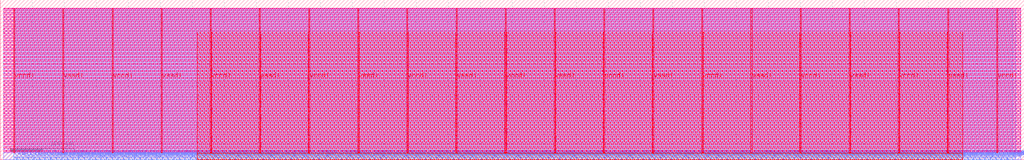
<source format=lef>
VERSION 5.7 ;
  NOWIREEXTENSIONATPIN ON ;
  DIVIDERCHAR "/" ;
  BUSBITCHARS "[]" ;
MACRO user_proj_example
  CLASS BLOCK ;
  FOREIGN user_proj_example ;
  ORIGIN 0.000 0.000 ;
  SIZE 1600.000 BY 250.000 ;
  PIN la_data_in[0]
    DIRECTION INPUT ;
    USE SIGNAL ;
    ANTENNAGATEAREA 0.742500 ;
    PORT
      LAYER met2 ;
        RECT 43.790 0.000 44.070 4.000 ;
    END
  END la_data_in[0]
  PIN la_data_in[10]
    DIRECTION INPUT ;
    USE SIGNAL ;
    ANTENNAGATEAREA 0.126000 ;
    PORT
      LAYER met2 ;
        RECT 218.590 0.000 218.870 4.000 ;
    END
  END la_data_in[10]
  PIN la_data_in[11]
    DIRECTION INPUT ;
    USE SIGNAL ;
    ANTENNAGATEAREA 0.126000 ;
    PORT
      LAYER met2 ;
        RECT 236.070 0.000 236.350 4.000 ;
    END
  END la_data_in[11]
  PIN la_data_in[12]
    DIRECTION INPUT ;
    USE SIGNAL ;
    ANTENNAGATEAREA 0.126000 ;
    PORT
      LAYER met2 ;
        RECT 253.550 0.000 253.830 4.000 ;
    END
  END la_data_in[12]
  PIN la_data_in[13]
    DIRECTION INPUT ;
    USE SIGNAL ;
    ANTENNAGATEAREA 0.126000 ;
    PORT
      LAYER met2 ;
        RECT 271.030 0.000 271.310 4.000 ;
    END
  END la_data_in[13]
  PIN la_data_in[14]
    DIRECTION INPUT ;
    USE SIGNAL ;
    ANTENNAGATEAREA 0.126000 ;
    PORT
      LAYER met2 ;
        RECT 288.510 0.000 288.790 4.000 ;
    END
  END la_data_in[14]
  PIN la_data_in[15]
    DIRECTION INPUT ;
    USE SIGNAL ;
    ANTENNAGATEAREA 0.126000 ;
    PORT
      LAYER met2 ;
        RECT 305.990 0.000 306.270 4.000 ;
    END
  END la_data_in[15]
  PIN la_data_in[16]
    DIRECTION INPUT ;
    USE SIGNAL ;
    ANTENNAGATEAREA 0.247500 ;
    PORT
      LAYER met2 ;
        RECT 323.470 0.000 323.750 4.000 ;
    END
  END la_data_in[16]
  PIN la_data_in[17]
    DIRECTION INPUT ;
    USE SIGNAL ;
    ANTENNAGATEAREA 0.126000 ;
    PORT
      LAYER met2 ;
        RECT 340.950 0.000 341.230 4.000 ;
    END
  END la_data_in[17]
  PIN la_data_in[18]
    DIRECTION INPUT ;
    USE SIGNAL ;
    ANTENNAGATEAREA 0.126000 ;
    PORT
      LAYER met2 ;
        RECT 358.430 0.000 358.710 4.000 ;
    END
  END la_data_in[18]
  PIN la_data_in[19]
    DIRECTION INPUT ;
    USE SIGNAL ;
    ANTENNAGATEAREA 0.126000 ;
    PORT
      LAYER met2 ;
        RECT 375.910 0.000 376.190 4.000 ;
    END
  END la_data_in[19]
  PIN la_data_in[1]
    DIRECTION INPUT ;
    USE SIGNAL ;
    PORT
      LAYER met2 ;
        RECT 61.270 0.000 61.550 4.000 ;
    END
  END la_data_in[1]
  PIN la_data_in[20]
    DIRECTION INPUT ;
    USE SIGNAL ;
    ANTENNAGATEAREA 0.126000 ;
    PORT
      LAYER met2 ;
        RECT 393.390 0.000 393.670 4.000 ;
    END
  END la_data_in[20]
  PIN la_data_in[21]
    DIRECTION INPUT ;
    USE SIGNAL ;
    ANTENNAGATEAREA 0.196500 ;
    PORT
      LAYER met2 ;
        RECT 410.870 0.000 411.150 4.000 ;
    END
  END la_data_in[21]
  PIN la_data_in[22]
    DIRECTION INPUT ;
    USE SIGNAL ;
    ANTENNAGATEAREA 0.126000 ;
    PORT
      LAYER met2 ;
        RECT 428.350 0.000 428.630 4.000 ;
    END
  END la_data_in[22]
  PIN la_data_in[23]
    DIRECTION INPUT ;
    USE SIGNAL ;
    ANTENNAGATEAREA 0.126000 ;
    PORT
      LAYER met2 ;
        RECT 445.830 0.000 446.110 4.000 ;
    END
  END la_data_in[23]
  PIN la_data_in[24]
    DIRECTION INPUT ;
    USE SIGNAL ;
    ANTENNAGATEAREA 0.126000 ;
    PORT
      LAYER met2 ;
        RECT 463.310 0.000 463.590 4.000 ;
    END
  END la_data_in[24]
  PIN la_data_in[25]
    DIRECTION INPUT ;
    USE SIGNAL ;
    ANTENNAGATEAREA 0.126000 ;
    ANTENNADIFFAREA 0.434700 ;
    PORT
      LAYER met2 ;
        RECT 480.790 0.000 481.070 4.000 ;
    END
  END la_data_in[25]
  PIN la_data_in[26]
    DIRECTION INPUT ;
    USE SIGNAL ;
    ANTENNAGATEAREA 0.126000 ;
    PORT
      LAYER met2 ;
        RECT 498.270 0.000 498.550 4.000 ;
    END
  END la_data_in[26]
  PIN la_data_in[27]
    DIRECTION INPUT ;
    USE SIGNAL ;
    ANTENNAGATEAREA 0.126000 ;
    PORT
      LAYER met2 ;
        RECT 515.750 0.000 516.030 4.000 ;
    END
  END la_data_in[27]
  PIN la_data_in[28]
    DIRECTION INPUT ;
    USE SIGNAL ;
    ANTENNAGATEAREA 0.126000 ;
    PORT
      LAYER met2 ;
        RECT 533.230 0.000 533.510 4.000 ;
    END
  END la_data_in[28]
  PIN la_data_in[29]
    DIRECTION INPUT ;
    USE SIGNAL ;
    ANTENNAGATEAREA 0.126000 ;
    PORT
      LAYER met2 ;
        RECT 550.710 0.000 550.990 4.000 ;
    END
  END la_data_in[29]
  PIN la_data_in[2]
    DIRECTION INPUT ;
    USE SIGNAL ;
    PORT
      LAYER met2 ;
        RECT 78.750 0.000 79.030 4.000 ;
    END
  END la_data_in[2]
  PIN la_data_in[30]
    DIRECTION INPUT ;
    USE SIGNAL ;
    ANTENNAGATEAREA 0.126000 ;
    PORT
      LAYER met2 ;
        RECT 568.190 0.000 568.470 4.000 ;
    END
  END la_data_in[30]
  PIN la_data_in[31]
    DIRECTION INPUT ;
    USE SIGNAL ;
    ANTENNAGATEAREA 0.126000 ;
    PORT
      LAYER met2 ;
        RECT 585.670 0.000 585.950 4.000 ;
    END
  END la_data_in[31]
  PIN la_data_in[32]
    DIRECTION INPUT ;
    USE SIGNAL ;
    ANTENNAGATEAREA 0.126000 ;
    PORT
      LAYER met2 ;
        RECT 603.150 0.000 603.430 4.000 ;
    END
  END la_data_in[32]
  PIN la_data_in[33]
    DIRECTION INPUT ;
    USE SIGNAL ;
    ANTENNAGATEAREA 0.126000 ;
    PORT
      LAYER met2 ;
        RECT 620.630 0.000 620.910 4.000 ;
    END
  END la_data_in[33]
  PIN la_data_in[34]
    DIRECTION INPUT ;
    USE SIGNAL ;
    ANTENNAGATEAREA 0.126000 ;
    PORT
      LAYER met2 ;
        RECT 638.110 0.000 638.390 4.000 ;
    END
  END la_data_in[34]
  PIN la_data_in[35]
    DIRECTION INPUT ;
    USE SIGNAL ;
    ANTENNAGATEAREA 0.126000 ;
    PORT
      LAYER met2 ;
        RECT 655.590 0.000 655.870 4.000 ;
    END
  END la_data_in[35]
  PIN la_data_in[36]
    DIRECTION INPUT ;
    USE SIGNAL ;
    ANTENNAGATEAREA 0.126000 ;
    PORT
      LAYER met2 ;
        RECT 673.070 0.000 673.350 4.000 ;
    END
  END la_data_in[36]
  PIN la_data_in[37]
    DIRECTION INPUT ;
    USE SIGNAL ;
    ANTENNAGATEAREA 0.126000 ;
    PORT
      LAYER met2 ;
        RECT 690.550 0.000 690.830 4.000 ;
    END
  END la_data_in[37]
  PIN la_data_in[38]
    DIRECTION INPUT ;
    USE SIGNAL ;
    ANTENNAGATEAREA 0.126000 ;
    PORT
      LAYER met2 ;
        RECT 708.030 0.000 708.310 4.000 ;
    END
  END la_data_in[38]
  PIN la_data_in[39]
    DIRECTION INPUT ;
    USE SIGNAL ;
    ANTENNAGATEAREA 0.126000 ;
    PORT
      LAYER met2 ;
        RECT 725.510 0.000 725.790 4.000 ;
    END
  END la_data_in[39]
  PIN la_data_in[3]
    DIRECTION INPUT ;
    USE SIGNAL ;
    ANTENNAGATEAREA 0.126000 ;
    PORT
      LAYER met2 ;
        RECT 96.230 0.000 96.510 4.000 ;
    END
  END la_data_in[3]
  PIN la_data_in[40]
    DIRECTION INPUT ;
    USE SIGNAL ;
    ANTENNAGATEAREA 0.126000 ;
    PORT
      LAYER met2 ;
        RECT 742.990 0.000 743.270 4.000 ;
    END
  END la_data_in[40]
  PIN la_data_in[41]
    DIRECTION INPUT ;
    USE SIGNAL ;
    ANTENNAGATEAREA 0.126000 ;
    PORT
      LAYER met2 ;
        RECT 760.470 0.000 760.750 4.000 ;
    END
  END la_data_in[41]
  PIN la_data_in[42]
    DIRECTION INPUT ;
    USE SIGNAL ;
    ANTENNAGATEAREA 0.126000 ;
    PORT
      LAYER met2 ;
        RECT 777.950 0.000 778.230 4.000 ;
    END
  END la_data_in[42]
  PIN la_data_in[43]
    DIRECTION INPUT ;
    USE SIGNAL ;
    ANTENNAGATEAREA 0.126000 ;
    PORT
      LAYER met2 ;
        RECT 795.430 0.000 795.710 4.000 ;
    END
  END la_data_in[43]
  PIN la_data_in[44]
    DIRECTION INPUT ;
    USE SIGNAL ;
    ANTENNAGATEAREA 0.126000 ;
    PORT
      LAYER met2 ;
        RECT 812.910 0.000 813.190 4.000 ;
    END
  END la_data_in[44]
  PIN la_data_in[45]
    DIRECTION INPUT ;
    USE SIGNAL ;
    ANTENNAGATEAREA 0.126000 ;
    PORT
      LAYER met2 ;
        RECT 830.390 0.000 830.670 4.000 ;
    END
  END la_data_in[45]
  PIN la_data_in[46]
    DIRECTION INPUT ;
    USE SIGNAL ;
    ANTENNAGATEAREA 0.126000 ;
    PORT
      LAYER met2 ;
        RECT 847.870 0.000 848.150 4.000 ;
    END
  END la_data_in[46]
  PIN la_data_in[47]
    DIRECTION INPUT ;
    USE SIGNAL ;
    ANTENNAGATEAREA 0.126000 ;
    PORT
      LAYER met2 ;
        RECT 865.350 0.000 865.630 4.000 ;
    END
  END la_data_in[47]
  PIN la_data_in[48]
    DIRECTION INPUT ;
    USE SIGNAL ;
    ANTENNAGATEAREA 0.126000 ;
    PORT
      LAYER met2 ;
        RECT 882.830 0.000 883.110 4.000 ;
    END
  END la_data_in[48]
  PIN la_data_in[49]
    DIRECTION INPUT ;
    USE SIGNAL ;
    ANTENNAGATEAREA 0.126000 ;
    PORT
      LAYER met2 ;
        RECT 900.310 0.000 900.590 4.000 ;
    END
  END la_data_in[49]
  PIN la_data_in[4]
    DIRECTION INPUT ;
    USE SIGNAL ;
    ANTENNAGATEAREA 0.126000 ;
    PORT
      LAYER met2 ;
        RECT 113.710 0.000 113.990 4.000 ;
    END
  END la_data_in[4]
  PIN la_data_in[50]
    DIRECTION INPUT ;
    USE SIGNAL ;
    ANTENNAGATEAREA 0.126000 ;
    PORT
      LAYER met2 ;
        RECT 917.790 0.000 918.070 4.000 ;
    END
  END la_data_in[50]
  PIN la_data_in[51]
    DIRECTION INPUT ;
    USE SIGNAL ;
    ANTENNAGATEAREA 0.126000 ;
    PORT
      LAYER met2 ;
        RECT 935.270 0.000 935.550 4.000 ;
    END
  END la_data_in[51]
  PIN la_data_in[52]
    DIRECTION INPUT ;
    USE SIGNAL ;
    ANTENNAGATEAREA 0.126000 ;
    PORT
      LAYER met2 ;
        RECT 952.750 0.000 953.030 4.000 ;
    END
  END la_data_in[52]
  PIN la_data_in[53]
    DIRECTION INPUT ;
    USE SIGNAL ;
    ANTENNAGATEAREA 0.126000 ;
    PORT
      LAYER met2 ;
        RECT 970.230 0.000 970.510 4.000 ;
    END
  END la_data_in[53]
  PIN la_data_in[54]
    DIRECTION INPUT ;
    USE SIGNAL ;
    ANTENNAGATEAREA 0.126000 ;
    PORT
      LAYER met2 ;
        RECT 987.710 0.000 987.990 4.000 ;
    END
  END la_data_in[54]
  PIN la_data_in[55]
    DIRECTION INPUT ;
    USE SIGNAL ;
    ANTENNAGATEAREA 0.126000 ;
    PORT
      LAYER met2 ;
        RECT 1005.190 0.000 1005.470 4.000 ;
    END
  END la_data_in[55]
  PIN la_data_in[56]
    DIRECTION INPUT ;
    USE SIGNAL ;
    ANTENNAGATEAREA 0.126000 ;
    PORT
      LAYER met2 ;
        RECT 1022.670 0.000 1022.950 4.000 ;
    END
  END la_data_in[56]
  PIN la_data_in[57]
    DIRECTION INPUT ;
    USE SIGNAL ;
    ANTENNAGATEAREA 0.126000 ;
    PORT
      LAYER met2 ;
        RECT 1040.150 0.000 1040.430 4.000 ;
    END
  END la_data_in[57]
  PIN la_data_in[58]
    DIRECTION INPUT ;
    USE SIGNAL ;
    ANTENNAGATEAREA 0.126000 ;
    PORT
      LAYER met2 ;
        RECT 1057.630 0.000 1057.910 4.000 ;
    END
  END la_data_in[58]
  PIN la_data_in[59]
    DIRECTION INPUT ;
    USE SIGNAL ;
    ANTENNAGATEAREA 0.126000 ;
    PORT
      LAYER met2 ;
        RECT 1075.110 0.000 1075.390 4.000 ;
    END
  END la_data_in[59]
  PIN la_data_in[5]
    DIRECTION INPUT ;
    USE SIGNAL ;
    ANTENNAGATEAREA 0.126000 ;
    PORT
      LAYER met2 ;
        RECT 131.190 0.000 131.470 4.000 ;
    END
  END la_data_in[5]
  PIN la_data_in[60]
    DIRECTION INPUT ;
    USE SIGNAL ;
    ANTENNAGATEAREA 0.126000 ;
    PORT
      LAYER met2 ;
        RECT 1092.590 0.000 1092.870 4.000 ;
    END
  END la_data_in[60]
  PIN la_data_in[61]
    DIRECTION INPUT ;
    USE SIGNAL ;
    ANTENNAGATEAREA 0.126000 ;
    PORT
      LAYER met2 ;
        RECT 1110.070 0.000 1110.350 4.000 ;
    END
  END la_data_in[61]
  PIN la_data_in[62]
    DIRECTION INPUT ;
    USE SIGNAL ;
    ANTENNAGATEAREA 0.126000 ;
    PORT
      LAYER met2 ;
        RECT 1127.550 0.000 1127.830 4.000 ;
    END
  END la_data_in[62]
  PIN la_data_in[63]
    DIRECTION INPUT ;
    USE SIGNAL ;
    ANTENNAGATEAREA 0.126000 ;
    PORT
      LAYER met2 ;
        RECT 1145.030 0.000 1145.310 4.000 ;
    END
  END la_data_in[63]
  PIN la_data_in[64]
    DIRECTION INPUT ;
    USE SIGNAL ;
    ANTENNAGATEAREA 0.126000 ;
    PORT
      LAYER met2 ;
        RECT 1162.510 0.000 1162.790 4.000 ;
    END
  END la_data_in[64]
  PIN la_data_in[6]
    DIRECTION INPUT ;
    USE SIGNAL ;
    ANTENNAGATEAREA 0.126000 ;
    PORT
      LAYER met2 ;
        RECT 148.670 0.000 148.950 4.000 ;
    END
  END la_data_in[6]
  PIN la_data_in[7]
    DIRECTION INPUT ;
    USE SIGNAL ;
    ANTENNAGATEAREA 0.126000 ;
    PORT
      LAYER met2 ;
        RECT 166.150 0.000 166.430 4.000 ;
    END
  END la_data_in[7]
  PIN la_data_in[8]
    DIRECTION INPUT ;
    USE SIGNAL ;
    ANTENNAGATEAREA 0.126000 ;
    PORT
      LAYER met2 ;
        RECT 183.630 0.000 183.910 4.000 ;
    END
  END la_data_in[8]
  PIN la_data_in[9]
    DIRECTION INPUT ;
    USE SIGNAL ;
    ANTENNAGATEAREA 0.126000 ;
    PORT
      LAYER met2 ;
        RECT 201.110 0.000 201.390 4.000 ;
    END
  END la_data_in[9]
  PIN la_data_out[0]
    DIRECTION OUTPUT TRISTATE ;
    USE SIGNAL ;
    ANTENNADIFFAREA 2.673000 ;
    PORT
      LAYER met2 ;
        RECT 52.530 0.000 52.810 4.000 ;
    END
  END la_data_out[0]
  PIN la_data_out[100]
    DIRECTION OUTPUT TRISTATE ;
    USE SIGNAL ;
    ANTENNADIFFAREA 2.673000 ;
    PORT
      LAYER met2 ;
        RECT 1485.890 0.000 1486.170 4.000 ;
    END
  END la_data_out[100]
  PIN la_data_out[101]
    DIRECTION OUTPUT TRISTATE ;
    USE SIGNAL ;
    ANTENNADIFFAREA 2.673000 ;
    PORT
      LAYER met2 ;
        RECT 1494.630 0.000 1494.910 4.000 ;
    END
  END la_data_out[101]
  PIN la_data_out[102]
    DIRECTION OUTPUT TRISTATE ;
    USE SIGNAL ;
    ANTENNADIFFAREA 2.673000 ;
    PORT
      LAYER met2 ;
        RECT 1503.370 0.000 1503.650 4.000 ;
    END
  END la_data_out[102]
  PIN la_data_out[103]
    DIRECTION OUTPUT TRISTATE ;
    USE SIGNAL ;
    ANTENNADIFFAREA 2.673000 ;
    PORT
      LAYER met2 ;
        RECT 1512.110 0.000 1512.390 4.000 ;
    END
  END la_data_out[103]
  PIN la_data_out[104]
    DIRECTION OUTPUT TRISTATE ;
    USE SIGNAL ;
    ANTENNADIFFAREA 2.673000 ;
    PORT
      LAYER met2 ;
        RECT 1520.850 0.000 1521.130 4.000 ;
    END
  END la_data_out[104]
  PIN la_data_out[105]
    DIRECTION OUTPUT TRISTATE ;
    USE SIGNAL ;
    ANTENNADIFFAREA 2.673000 ;
    PORT
      LAYER met2 ;
        RECT 1529.590 0.000 1529.870 4.000 ;
    END
  END la_data_out[105]
  PIN la_data_out[106]
    DIRECTION OUTPUT TRISTATE ;
    USE SIGNAL ;
    ANTENNADIFFAREA 2.673000 ;
    PORT
      LAYER met2 ;
        RECT 1538.330 0.000 1538.610 4.000 ;
    END
  END la_data_out[106]
  PIN la_data_out[107]
    DIRECTION OUTPUT TRISTATE ;
    USE SIGNAL ;
    ANTENNADIFFAREA 2.673000 ;
    PORT
      LAYER met2 ;
        RECT 1547.070 0.000 1547.350 4.000 ;
    END
  END la_data_out[107]
  PIN la_data_out[108]
    DIRECTION OUTPUT TRISTATE ;
    USE SIGNAL ;
    ANTENNADIFFAREA 2.673000 ;
    PORT
      LAYER met2 ;
        RECT 1555.810 0.000 1556.090 4.000 ;
    END
  END la_data_out[108]
  PIN la_data_out[109]
    DIRECTION OUTPUT TRISTATE ;
    USE SIGNAL ;
    ANTENNADIFFAREA 2.673000 ;
    PORT
      LAYER met2 ;
        RECT 1564.550 0.000 1564.830 4.000 ;
    END
  END la_data_out[109]
  PIN la_data_out[10]
    DIRECTION OUTPUT TRISTATE ;
    USE SIGNAL ;
    ANTENNADIFFAREA 2.673000 ;
    PORT
      LAYER met2 ;
        RECT 227.330 0.000 227.610 4.000 ;
    END
  END la_data_out[10]
  PIN la_data_out[110]
    DIRECTION OUTPUT TRISTATE ;
    USE SIGNAL ;
    ANTENNADIFFAREA 2.673000 ;
    PORT
      LAYER met2 ;
        RECT 1573.290 0.000 1573.570 4.000 ;
    END
  END la_data_out[110]
  PIN la_data_out[11]
    DIRECTION OUTPUT TRISTATE ;
    USE SIGNAL ;
    ANTENNADIFFAREA 2.673000 ;
    PORT
      LAYER met2 ;
        RECT 244.810 0.000 245.090 4.000 ;
    END
  END la_data_out[11]
  PIN la_data_out[12]
    DIRECTION OUTPUT TRISTATE ;
    USE SIGNAL ;
    ANTENNADIFFAREA 2.673000 ;
    PORT
      LAYER met2 ;
        RECT 262.290 0.000 262.570 4.000 ;
    END
  END la_data_out[12]
  PIN la_data_out[13]
    DIRECTION OUTPUT TRISTATE ;
    USE SIGNAL ;
    ANTENNADIFFAREA 2.673000 ;
    PORT
      LAYER met2 ;
        RECT 279.770 0.000 280.050 4.000 ;
    END
  END la_data_out[13]
  PIN la_data_out[14]
    DIRECTION OUTPUT TRISTATE ;
    USE SIGNAL ;
    ANTENNADIFFAREA 2.673000 ;
    PORT
      LAYER met2 ;
        RECT 297.250 0.000 297.530 4.000 ;
    END
  END la_data_out[14]
  PIN la_data_out[15]
    DIRECTION OUTPUT TRISTATE ;
    USE SIGNAL ;
    ANTENNADIFFAREA 2.673000 ;
    PORT
      LAYER met2 ;
        RECT 314.730 0.000 315.010 4.000 ;
    END
  END la_data_out[15]
  PIN la_data_out[16]
    DIRECTION OUTPUT TRISTATE ;
    USE SIGNAL ;
    ANTENNADIFFAREA 2.673000 ;
    PORT
      LAYER met2 ;
        RECT 332.210 0.000 332.490 4.000 ;
    END
  END la_data_out[16]
  PIN la_data_out[17]
    DIRECTION OUTPUT TRISTATE ;
    USE SIGNAL ;
    ANTENNADIFFAREA 2.673000 ;
    PORT
      LAYER met2 ;
        RECT 349.690 0.000 349.970 4.000 ;
    END
  END la_data_out[17]
  PIN la_data_out[18]
    DIRECTION OUTPUT TRISTATE ;
    USE SIGNAL ;
    ANTENNADIFFAREA 2.673000 ;
    PORT
      LAYER met2 ;
        RECT 367.170 0.000 367.450 4.000 ;
    END
  END la_data_out[18]
  PIN la_data_out[19]
    DIRECTION OUTPUT TRISTATE ;
    USE SIGNAL ;
    ANTENNADIFFAREA 2.673000 ;
    PORT
      LAYER met2 ;
        RECT 384.650 0.000 384.930 4.000 ;
    END
  END la_data_out[19]
  PIN la_data_out[1]
    DIRECTION OUTPUT TRISTATE ;
    USE SIGNAL ;
    ANTENNADIFFAREA 2.673000 ;
    PORT
      LAYER met2 ;
        RECT 70.010 0.000 70.290 4.000 ;
    END
  END la_data_out[1]
  PIN la_data_out[20]
    DIRECTION OUTPUT TRISTATE ;
    USE SIGNAL ;
    ANTENNADIFFAREA 2.673000 ;
    PORT
      LAYER met2 ;
        RECT 402.130 0.000 402.410 4.000 ;
    END
  END la_data_out[20]
  PIN la_data_out[21]
    DIRECTION OUTPUT TRISTATE ;
    USE SIGNAL ;
    ANTENNADIFFAREA 2.673000 ;
    PORT
      LAYER met2 ;
        RECT 419.610 0.000 419.890 4.000 ;
    END
  END la_data_out[21]
  PIN la_data_out[22]
    DIRECTION OUTPUT TRISTATE ;
    USE SIGNAL ;
    ANTENNADIFFAREA 2.673000 ;
    PORT
      LAYER met2 ;
        RECT 437.090 0.000 437.370 4.000 ;
    END
  END la_data_out[22]
  PIN la_data_out[23]
    DIRECTION OUTPUT TRISTATE ;
    USE SIGNAL ;
    ANTENNADIFFAREA 2.673000 ;
    PORT
      LAYER met2 ;
        RECT 454.570 0.000 454.850 4.000 ;
    END
  END la_data_out[23]
  PIN la_data_out[24]
    DIRECTION OUTPUT TRISTATE ;
    USE SIGNAL ;
    ANTENNADIFFAREA 2.673000 ;
    PORT
      LAYER met2 ;
        RECT 472.050 0.000 472.330 4.000 ;
    END
  END la_data_out[24]
  PIN la_data_out[25]
    DIRECTION OUTPUT TRISTATE ;
    USE SIGNAL ;
    ANTENNADIFFAREA 2.673000 ;
    PORT
      LAYER met2 ;
        RECT 489.530 0.000 489.810 4.000 ;
    END
  END la_data_out[25]
  PIN la_data_out[26]
    DIRECTION OUTPUT TRISTATE ;
    USE SIGNAL ;
    ANTENNADIFFAREA 2.673000 ;
    PORT
      LAYER met2 ;
        RECT 507.010 0.000 507.290 4.000 ;
    END
  END la_data_out[26]
  PIN la_data_out[27]
    DIRECTION OUTPUT TRISTATE ;
    USE SIGNAL ;
    ANTENNADIFFAREA 2.673000 ;
    PORT
      LAYER met2 ;
        RECT 524.490 0.000 524.770 4.000 ;
    END
  END la_data_out[27]
  PIN la_data_out[28]
    DIRECTION OUTPUT TRISTATE ;
    USE SIGNAL ;
    ANTENNADIFFAREA 2.673000 ;
    PORT
      LAYER met2 ;
        RECT 541.970 0.000 542.250 4.000 ;
    END
  END la_data_out[28]
  PIN la_data_out[29]
    DIRECTION OUTPUT TRISTATE ;
    USE SIGNAL ;
    ANTENNADIFFAREA 2.673000 ;
    PORT
      LAYER met2 ;
        RECT 559.450 0.000 559.730 4.000 ;
    END
  END la_data_out[29]
  PIN la_data_out[2]
    DIRECTION OUTPUT TRISTATE ;
    USE SIGNAL ;
    ANTENNADIFFAREA 2.673000 ;
    PORT
      LAYER met2 ;
        RECT 87.490 0.000 87.770 4.000 ;
    END
  END la_data_out[2]
  PIN la_data_out[30]
    DIRECTION OUTPUT TRISTATE ;
    USE SIGNAL ;
    ANTENNADIFFAREA 2.673000 ;
    PORT
      LAYER met2 ;
        RECT 576.930 0.000 577.210 4.000 ;
    END
  END la_data_out[30]
  PIN la_data_out[31]
    DIRECTION OUTPUT TRISTATE ;
    USE SIGNAL ;
    ANTENNADIFFAREA 2.673000 ;
    PORT
      LAYER met2 ;
        RECT 594.410 0.000 594.690 4.000 ;
    END
  END la_data_out[31]
  PIN la_data_out[32]
    DIRECTION OUTPUT TRISTATE ;
    USE SIGNAL ;
    ANTENNADIFFAREA 2.673000 ;
    PORT
      LAYER met2 ;
        RECT 611.890 0.000 612.170 4.000 ;
    END
  END la_data_out[32]
  PIN la_data_out[33]
    DIRECTION OUTPUT TRISTATE ;
    USE SIGNAL ;
    ANTENNADIFFAREA 2.673000 ;
    PORT
      LAYER met2 ;
        RECT 629.370 0.000 629.650 4.000 ;
    END
  END la_data_out[33]
  PIN la_data_out[34]
    DIRECTION OUTPUT TRISTATE ;
    USE SIGNAL ;
    ANTENNADIFFAREA 2.673000 ;
    PORT
      LAYER met2 ;
        RECT 646.850 0.000 647.130 4.000 ;
    END
  END la_data_out[34]
  PIN la_data_out[35]
    DIRECTION OUTPUT TRISTATE ;
    USE SIGNAL ;
    ANTENNADIFFAREA 2.673000 ;
    PORT
      LAYER met2 ;
        RECT 664.330 0.000 664.610 4.000 ;
    END
  END la_data_out[35]
  PIN la_data_out[36]
    DIRECTION OUTPUT TRISTATE ;
    USE SIGNAL ;
    ANTENNADIFFAREA 2.673000 ;
    PORT
      LAYER met2 ;
        RECT 681.810 0.000 682.090 4.000 ;
    END
  END la_data_out[36]
  PIN la_data_out[37]
    DIRECTION OUTPUT TRISTATE ;
    USE SIGNAL ;
    ANTENNADIFFAREA 2.673000 ;
    PORT
      LAYER met2 ;
        RECT 699.290 0.000 699.570 4.000 ;
    END
  END la_data_out[37]
  PIN la_data_out[38]
    DIRECTION OUTPUT TRISTATE ;
    USE SIGNAL ;
    ANTENNADIFFAREA 2.673000 ;
    PORT
      LAYER met2 ;
        RECT 716.770 0.000 717.050 4.000 ;
    END
  END la_data_out[38]
  PIN la_data_out[39]
    DIRECTION OUTPUT TRISTATE ;
    USE SIGNAL ;
    ANTENNADIFFAREA 2.673000 ;
    PORT
      LAYER met2 ;
        RECT 734.250 0.000 734.530 4.000 ;
    END
  END la_data_out[39]
  PIN la_data_out[3]
    DIRECTION OUTPUT TRISTATE ;
    USE SIGNAL ;
    ANTENNADIFFAREA 2.673000 ;
    PORT
      LAYER met2 ;
        RECT 104.970 0.000 105.250 4.000 ;
    END
  END la_data_out[3]
  PIN la_data_out[40]
    DIRECTION OUTPUT TRISTATE ;
    USE SIGNAL ;
    ANTENNADIFFAREA 2.673000 ;
    PORT
      LAYER met2 ;
        RECT 751.730 0.000 752.010 4.000 ;
    END
  END la_data_out[40]
  PIN la_data_out[41]
    DIRECTION OUTPUT TRISTATE ;
    USE SIGNAL ;
    ANTENNADIFFAREA 2.673000 ;
    PORT
      LAYER met2 ;
        RECT 769.210 0.000 769.490 4.000 ;
    END
  END la_data_out[41]
  PIN la_data_out[42]
    DIRECTION OUTPUT TRISTATE ;
    USE SIGNAL ;
    ANTENNADIFFAREA 2.673000 ;
    PORT
      LAYER met2 ;
        RECT 786.690 0.000 786.970 4.000 ;
    END
  END la_data_out[42]
  PIN la_data_out[43]
    DIRECTION OUTPUT TRISTATE ;
    USE SIGNAL ;
    ANTENNADIFFAREA 2.673000 ;
    PORT
      LAYER met2 ;
        RECT 804.170 0.000 804.450 4.000 ;
    END
  END la_data_out[43]
  PIN la_data_out[44]
    DIRECTION OUTPUT TRISTATE ;
    USE SIGNAL ;
    ANTENNADIFFAREA 2.673000 ;
    PORT
      LAYER met2 ;
        RECT 821.650 0.000 821.930 4.000 ;
    END
  END la_data_out[44]
  PIN la_data_out[45]
    DIRECTION OUTPUT TRISTATE ;
    USE SIGNAL ;
    ANTENNADIFFAREA 2.673000 ;
    PORT
      LAYER met2 ;
        RECT 839.130 0.000 839.410 4.000 ;
    END
  END la_data_out[45]
  PIN la_data_out[46]
    DIRECTION OUTPUT TRISTATE ;
    USE SIGNAL ;
    ANTENNADIFFAREA 2.673000 ;
    PORT
      LAYER met2 ;
        RECT 856.610 0.000 856.890 4.000 ;
    END
  END la_data_out[46]
  PIN la_data_out[47]
    DIRECTION OUTPUT TRISTATE ;
    USE SIGNAL ;
    ANTENNADIFFAREA 2.673000 ;
    PORT
      LAYER met2 ;
        RECT 874.090 0.000 874.370 4.000 ;
    END
  END la_data_out[47]
  PIN la_data_out[48]
    DIRECTION OUTPUT TRISTATE ;
    USE SIGNAL ;
    ANTENNADIFFAREA 2.673000 ;
    PORT
      LAYER met2 ;
        RECT 891.570 0.000 891.850 4.000 ;
    END
  END la_data_out[48]
  PIN la_data_out[49]
    DIRECTION OUTPUT TRISTATE ;
    USE SIGNAL ;
    ANTENNADIFFAREA 2.673000 ;
    PORT
      LAYER met2 ;
        RECT 909.050 0.000 909.330 4.000 ;
    END
  END la_data_out[49]
  PIN la_data_out[4]
    DIRECTION OUTPUT TRISTATE ;
    USE SIGNAL ;
    ANTENNADIFFAREA 2.673000 ;
    PORT
      LAYER met2 ;
        RECT 122.450 0.000 122.730 4.000 ;
    END
  END la_data_out[4]
  PIN la_data_out[50]
    DIRECTION OUTPUT TRISTATE ;
    USE SIGNAL ;
    ANTENNADIFFAREA 2.673000 ;
    PORT
      LAYER met2 ;
        RECT 926.530 0.000 926.810 4.000 ;
    END
  END la_data_out[50]
  PIN la_data_out[51]
    DIRECTION OUTPUT TRISTATE ;
    USE SIGNAL ;
    ANTENNADIFFAREA 2.673000 ;
    PORT
      LAYER met2 ;
        RECT 944.010 0.000 944.290 4.000 ;
    END
  END la_data_out[51]
  PIN la_data_out[52]
    DIRECTION OUTPUT TRISTATE ;
    USE SIGNAL ;
    ANTENNADIFFAREA 2.673000 ;
    PORT
      LAYER met2 ;
        RECT 961.490 0.000 961.770 4.000 ;
    END
  END la_data_out[52]
  PIN la_data_out[53]
    DIRECTION OUTPUT TRISTATE ;
    USE SIGNAL ;
    ANTENNADIFFAREA 2.673000 ;
    PORT
      LAYER met2 ;
        RECT 978.970 0.000 979.250 4.000 ;
    END
  END la_data_out[53]
  PIN la_data_out[54]
    DIRECTION OUTPUT TRISTATE ;
    USE SIGNAL ;
    ANTENNADIFFAREA 2.673000 ;
    PORT
      LAYER met2 ;
        RECT 996.450 0.000 996.730 4.000 ;
    END
  END la_data_out[54]
  PIN la_data_out[55]
    DIRECTION OUTPUT TRISTATE ;
    USE SIGNAL ;
    ANTENNADIFFAREA 2.673000 ;
    PORT
      LAYER met2 ;
        RECT 1013.930 0.000 1014.210 4.000 ;
    END
  END la_data_out[55]
  PIN la_data_out[56]
    DIRECTION OUTPUT TRISTATE ;
    USE SIGNAL ;
    ANTENNADIFFAREA 2.673000 ;
    PORT
      LAYER met2 ;
        RECT 1031.410 0.000 1031.690 4.000 ;
    END
  END la_data_out[56]
  PIN la_data_out[57]
    DIRECTION OUTPUT TRISTATE ;
    USE SIGNAL ;
    ANTENNADIFFAREA 2.673000 ;
    PORT
      LAYER met2 ;
        RECT 1048.890 0.000 1049.170 4.000 ;
    END
  END la_data_out[57]
  PIN la_data_out[58]
    DIRECTION OUTPUT TRISTATE ;
    USE SIGNAL ;
    ANTENNADIFFAREA 2.673000 ;
    PORT
      LAYER met2 ;
        RECT 1066.370 0.000 1066.650 4.000 ;
    END
  END la_data_out[58]
  PIN la_data_out[59]
    DIRECTION OUTPUT TRISTATE ;
    USE SIGNAL ;
    ANTENNADIFFAREA 2.673000 ;
    PORT
      LAYER met2 ;
        RECT 1083.850 0.000 1084.130 4.000 ;
    END
  END la_data_out[59]
  PIN la_data_out[5]
    DIRECTION OUTPUT TRISTATE ;
    USE SIGNAL ;
    ANTENNADIFFAREA 2.673000 ;
    PORT
      LAYER met2 ;
        RECT 139.930 0.000 140.210 4.000 ;
    END
  END la_data_out[5]
  PIN la_data_out[60]
    DIRECTION OUTPUT TRISTATE ;
    USE SIGNAL ;
    ANTENNADIFFAREA 2.673000 ;
    PORT
      LAYER met2 ;
        RECT 1101.330 0.000 1101.610 4.000 ;
    END
  END la_data_out[60]
  PIN la_data_out[61]
    DIRECTION OUTPUT TRISTATE ;
    USE SIGNAL ;
    ANTENNADIFFAREA 2.673000 ;
    PORT
      LAYER met2 ;
        RECT 1118.810 0.000 1119.090 4.000 ;
    END
  END la_data_out[61]
  PIN la_data_out[62]
    DIRECTION OUTPUT TRISTATE ;
    USE SIGNAL ;
    ANTENNADIFFAREA 2.673000 ;
    PORT
      LAYER met2 ;
        RECT 1136.290 0.000 1136.570 4.000 ;
    END
  END la_data_out[62]
  PIN la_data_out[63]
    DIRECTION OUTPUT TRISTATE ;
    USE SIGNAL ;
    ANTENNADIFFAREA 2.673000 ;
    PORT
      LAYER met2 ;
        RECT 1153.770 0.000 1154.050 4.000 ;
    END
  END la_data_out[63]
  PIN la_data_out[64]
    DIRECTION OUTPUT TRISTATE ;
    USE SIGNAL ;
    ANTENNADIFFAREA 2.673000 ;
    PORT
      LAYER met2 ;
        RECT 1171.250 0.000 1171.530 4.000 ;
    END
  END la_data_out[64]
  PIN la_data_out[65]
    DIRECTION OUTPUT TRISTATE ;
    USE SIGNAL ;
    ANTENNADIFFAREA 2.673000 ;
    PORT
      LAYER met2 ;
        RECT 1179.990 0.000 1180.270 4.000 ;
    END
  END la_data_out[65]
  PIN la_data_out[66]
    DIRECTION OUTPUT TRISTATE ;
    USE SIGNAL ;
    ANTENNADIFFAREA 2.673000 ;
    PORT
      LAYER met2 ;
        RECT 1188.730 0.000 1189.010 4.000 ;
    END
  END la_data_out[66]
  PIN la_data_out[67]
    DIRECTION OUTPUT TRISTATE ;
    USE SIGNAL ;
    ANTENNADIFFAREA 2.673000 ;
    PORT
      LAYER met2 ;
        RECT 1197.470 0.000 1197.750 4.000 ;
    END
  END la_data_out[67]
  PIN la_data_out[68]
    DIRECTION OUTPUT TRISTATE ;
    USE SIGNAL ;
    ANTENNADIFFAREA 2.673000 ;
    PORT
      LAYER met2 ;
        RECT 1206.210 0.000 1206.490 4.000 ;
    END
  END la_data_out[68]
  PIN la_data_out[69]
    DIRECTION OUTPUT TRISTATE ;
    USE SIGNAL ;
    ANTENNADIFFAREA 2.673000 ;
    PORT
      LAYER met2 ;
        RECT 1214.950 0.000 1215.230 4.000 ;
    END
  END la_data_out[69]
  PIN la_data_out[6]
    DIRECTION OUTPUT TRISTATE ;
    USE SIGNAL ;
    ANTENNADIFFAREA 2.673000 ;
    PORT
      LAYER met2 ;
        RECT 157.410 0.000 157.690 4.000 ;
    END
  END la_data_out[6]
  PIN la_data_out[70]
    DIRECTION OUTPUT TRISTATE ;
    USE SIGNAL ;
    ANTENNADIFFAREA 2.673000 ;
    PORT
      LAYER met2 ;
        RECT 1223.690 0.000 1223.970 4.000 ;
    END
  END la_data_out[70]
  PIN la_data_out[71]
    DIRECTION OUTPUT TRISTATE ;
    USE SIGNAL ;
    ANTENNADIFFAREA 2.673000 ;
    PORT
      LAYER met2 ;
        RECT 1232.430 0.000 1232.710 4.000 ;
    END
  END la_data_out[71]
  PIN la_data_out[72]
    DIRECTION OUTPUT TRISTATE ;
    USE SIGNAL ;
    ANTENNADIFFAREA 2.673000 ;
    PORT
      LAYER met2 ;
        RECT 1241.170 0.000 1241.450 4.000 ;
    END
  END la_data_out[72]
  PIN la_data_out[73]
    DIRECTION OUTPUT TRISTATE ;
    USE SIGNAL ;
    ANTENNADIFFAREA 2.673000 ;
    PORT
      LAYER met2 ;
        RECT 1249.910 0.000 1250.190 4.000 ;
    END
  END la_data_out[73]
  PIN la_data_out[74]
    DIRECTION OUTPUT TRISTATE ;
    USE SIGNAL ;
    ANTENNADIFFAREA 2.673000 ;
    PORT
      LAYER met2 ;
        RECT 1258.650 0.000 1258.930 4.000 ;
    END
  END la_data_out[74]
  PIN la_data_out[75]
    DIRECTION OUTPUT TRISTATE ;
    USE SIGNAL ;
    ANTENNADIFFAREA 2.673000 ;
    PORT
      LAYER met2 ;
        RECT 1267.390 0.000 1267.670 4.000 ;
    END
  END la_data_out[75]
  PIN la_data_out[76]
    DIRECTION OUTPUT TRISTATE ;
    USE SIGNAL ;
    ANTENNADIFFAREA 2.673000 ;
    PORT
      LAYER met2 ;
        RECT 1276.130 0.000 1276.410 4.000 ;
    END
  END la_data_out[76]
  PIN la_data_out[77]
    DIRECTION OUTPUT TRISTATE ;
    USE SIGNAL ;
    ANTENNADIFFAREA 2.673000 ;
    PORT
      LAYER met2 ;
        RECT 1284.870 0.000 1285.150 4.000 ;
    END
  END la_data_out[77]
  PIN la_data_out[78]
    DIRECTION OUTPUT TRISTATE ;
    USE SIGNAL ;
    ANTENNADIFFAREA 2.673000 ;
    PORT
      LAYER met2 ;
        RECT 1293.610 0.000 1293.890 4.000 ;
    END
  END la_data_out[78]
  PIN la_data_out[79]
    DIRECTION OUTPUT TRISTATE ;
    USE SIGNAL ;
    ANTENNADIFFAREA 2.673000 ;
    PORT
      LAYER met2 ;
        RECT 1302.350 0.000 1302.630 4.000 ;
    END
  END la_data_out[79]
  PIN la_data_out[7]
    DIRECTION OUTPUT TRISTATE ;
    USE SIGNAL ;
    ANTENNADIFFAREA 2.673000 ;
    PORT
      LAYER met2 ;
        RECT 174.890 0.000 175.170 4.000 ;
    END
  END la_data_out[7]
  PIN la_data_out[80]
    DIRECTION OUTPUT TRISTATE ;
    USE SIGNAL ;
    ANTENNADIFFAREA 2.673000 ;
    PORT
      LAYER met2 ;
        RECT 1311.090 0.000 1311.370 4.000 ;
    END
  END la_data_out[80]
  PIN la_data_out[81]
    DIRECTION OUTPUT TRISTATE ;
    USE SIGNAL ;
    ANTENNADIFFAREA 2.673000 ;
    PORT
      LAYER met2 ;
        RECT 1319.830 0.000 1320.110 4.000 ;
    END
  END la_data_out[81]
  PIN la_data_out[82]
    DIRECTION OUTPUT TRISTATE ;
    USE SIGNAL ;
    ANTENNADIFFAREA 2.673000 ;
    PORT
      LAYER met2 ;
        RECT 1328.570 0.000 1328.850 4.000 ;
    END
  END la_data_out[82]
  PIN la_data_out[83]
    DIRECTION OUTPUT TRISTATE ;
    USE SIGNAL ;
    ANTENNADIFFAREA 2.673000 ;
    PORT
      LAYER met2 ;
        RECT 1337.310 0.000 1337.590 4.000 ;
    END
  END la_data_out[83]
  PIN la_data_out[84]
    DIRECTION OUTPUT TRISTATE ;
    USE SIGNAL ;
    ANTENNADIFFAREA 2.673000 ;
    PORT
      LAYER met2 ;
        RECT 1346.050 0.000 1346.330 4.000 ;
    END
  END la_data_out[84]
  PIN la_data_out[85]
    DIRECTION OUTPUT TRISTATE ;
    USE SIGNAL ;
    ANTENNADIFFAREA 2.673000 ;
    PORT
      LAYER met2 ;
        RECT 1354.790 0.000 1355.070 4.000 ;
    END
  END la_data_out[85]
  PIN la_data_out[86]
    DIRECTION OUTPUT TRISTATE ;
    USE SIGNAL ;
    ANTENNADIFFAREA 2.673000 ;
    PORT
      LAYER met2 ;
        RECT 1363.530 0.000 1363.810 4.000 ;
    END
  END la_data_out[86]
  PIN la_data_out[87]
    DIRECTION OUTPUT TRISTATE ;
    USE SIGNAL ;
    ANTENNADIFFAREA 2.673000 ;
    PORT
      LAYER met2 ;
        RECT 1372.270 0.000 1372.550 4.000 ;
    END
  END la_data_out[87]
  PIN la_data_out[88]
    DIRECTION OUTPUT TRISTATE ;
    USE SIGNAL ;
    ANTENNADIFFAREA 2.673000 ;
    PORT
      LAYER met2 ;
        RECT 1381.010 0.000 1381.290 4.000 ;
    END
  END la_data_out[88]
  PIN la_data_out[89]
    DIRECTION OUTPUT TRISTATE ;
    USE SIGNAL ;
    ANTENNADIFFAREA 2.673000 ;
    PORT
      LAYER met2 ;
        RECT 1389.750 0.000 1390.030 4.000 ;
    END
  END la_data_out[89]
  PIN la_data_out[8]
    DIRECTION OUTPUT TRISTATE ;
    USE SIGNAL ;
    ANTENNADIFFAREA 2.673000 ;
    PORT
      LAYER met2 ;
        RECT 192.370 0.000 192.650 4.000 ;
    END
  END la_data_out[8]
  PIN la_data_out[90]
    DIRECTION OUTPUT TRISTATE ;
    USE SIGNAL ;
    ANTENNADIFFAREA 2.673000 ;
    PORT
      LAYER met2 ;
        RECT 1398.490 0.000 1398.770 4.000 ;
    END
  END la_data_out[90]
  PIN la_data_out[91]
    DIRECTION OUTPUT TRISTATE ;
    USE SIGNAL ;
    ANTENNADIFFAREA 2.673000 ;
    PORT
      LAYER met2 ;
        RECT 1407.230 0.000 1407.510 4.000 ;
    END
  END la_data_out[91]
  PIN la_data_out[92]
    DIRECTION OUTPUT TRISTATE ;
    USE SIGNAL ;
    ANTENNADIFFAREA 2.673000 ;
    PORT
      LAYER met2 ;
        RECT 1415.970 0.000 1416.250 4.000 ;
    END
  END la_data_out[92]
  PIN la_data_out[93]
    DIRECTION OUTPUT TRISTATE ;
    USE SIGNAL ;
    ANTENNADIFFAREA 2.673000 ;
    PORT
      LAYER met2 ;
        RECT 1424.710 0.000 1424.990 4.000 ;
    END
  END la_data_out[93]
  PIN la_data_out[94]
    DIRECTION OUTPUT TRISTATE ;
    USE SIGNAL ;
    ANTENNADIFFAREA 2.673000 ;
    PORT
      LAYER met2 ;
        RECT 1433.450 0.000 1433.730 4.000 ;
    END
  END la_data_out[94]
  PIN la_data_out[95]
    DIRECTION OUTPUT TRISTATE ;
    USE SIGNAL ;
    ANTENNADIFFAREA 2.673000 ;
    PORT
      LAYER met2 ;
        RECT 1442.190 0.000 1442.470 4.000 ;
    END
  END la_data_out[95]
  PIN la_data_out[96]
    DIRECTION OUTPUT TRISTATE ;
    USE SIGNAL ;
    ANTENNADIFFAREA 2.673000 ;
    PORT
      LAYER met2 ;
        RECT 1450.930 0.000 1451.210 4.000 ;
    END
  END la_data_out[96]
  PIN la_data_out[97]
    DIRECTION OUTPUT TRISTATE ;
    USE SIGNAL ;
    ANTENNADIFFAREA 2.673000 ;
    PORT
      LAYER met2 ;
        RECT 1459.670 0.000 1459.950 4.000 ;
    END
  END la_data_out[97]
  PIN la_data_out[98]
    DIRECTION OUTPUT TRISTATE ;
    USE SIGNAL ;
    ANTENNADIFFAREA 2.673000 ;
    PORT
      LAYER met2 ;
        RECT 1468.410 0.000 1468.690 4.000 ;
    END
  END la_data_out[98]
  PIN la_data_out[99]
    DIRECTION OUTPUT TRISTATE ;
    USE SIGNAL ;
    ANTENNADIFFAREA 2.673000 ;
    PORT
      LAYER met2 ;
        RECT 1477.150 0.000 1477.430 4.000 ;
    END
  END la_data_out[99]
  PIN la_data_out[9]
    DIRECTION OUTPUT TRISTATE ;
    USE SIGNAL ;
    ANTENNADIFFAREA 2.673000 ;
    PORT
      LAYER met2 ;
        RECT 209.850 0.000 210.130 4.000 ;
    END
  END la_data_out[9]
  PIN vccd1
    DIRECTION INOUT ;
    USE POWER ;
    PORT
      LAYER met4 ;
        RECT 21.040 10.640 22.640 236.880 ;
    END
    PORT
      LAYER met4 ;
        RECT 174.640 10.640 176.240 236.880 ;
    END
    PORT
      LAYER met4 ;
        RECT 328.240 10.640 329.840 236.880 ;
    END
    PORT
      LAYER met4 ;
        RECT 481.840 10.640 483.440 236.880 ;
    END
    PORT
      LAYER met4 ;
        RECT 635.440 10.640 637.040 236.880 ;
    END
    PORT
      LAYER met4 ;
        RECT 789.040 10.640 790.640 236.880 ;
    END
    PORT
      LAYER met4 ;
        RECT 942.640 10.640 944.240 236.880 ;
    END
    PORT
      LAYER met4 ;
        RECT 1096.240 10.640 1097.840 236.880 ;
    END
    PORT
      LAYER met4 ;
        RECT 1249.840 10.640 1251.440 236.880 ;
    END
    PORT
      LAYER met4 ;
        RECT 1403.440 10.640 1405.040 236.880 ;
    END
    PORT
      LAYER met4 ;
        RECT 1557.040 10.640 1558.640 236.880 ;
    END
  END vccd1
  PIN vssd1
    DIRECTION INOUT ;
    USE GROUND ;
    PORT
      LAYER met4 ;
        RECT 97.840 10.640 99.440 236.880 ;
    END
    PORT
      LAYER met4 ;
        RECT 251.440 10.640 253.040 236.880 ;
    END
    PORT
      LAYER met4 ;
        RECT 405.040 10.640 406.640 236.880 ;
    END
    PORT
      LAYER met4 ;
        RECT 558.640 10.640 560.240 236.880 ;
    END
    PORT
      LAYER met4 ;
        RECT 712.240 10.640 713.840 236.880 ;
    END
    PORT
      LAYER met4 ;
        RECT 865.840 10.640 867.440 236.880 ;
    END
    PORT
      LAYER met4 ;
        RECT 1019.440 10.640 1021.040 236.880 ;
    END
    PORT
      LAYER met4 ;
        RECT 1173.040 10.640 1174.640 236.880 ;
    END
    PORT
      LAYER met4 ;
        RECT 1326.640 10.640 1328.240 236.880 ;
    END
    PORT
      LAYER met4 ;
        RECT 1480.240 10.640 1481.840 236.880 ;
    END
  END vssd1
  PIN wb_clk_i
    DIRECTION INPUT ;
    USE SIGNAL ;
    ANTENNAGATEAREA 0.852000 ;
    PORT
      LAYER met2 ;
        RECT 26.310 0.000 26.590 4.000 ;
    END
  END wb_clk_i
  PIN wb_rst_i
    DIRECTION INPUT ;
    USE SIGNAL ;
    ANTENNAGATEAREA 0.852000 ;
    PORT
      LAYER met2 ;
        RECT 35.050 0.000 35.330 4.000 ;
    END
  END wb_rst_i
  OBS
      LAYER nwell ;
        RECT 5.330 235.225 1594.550 236.830 ;
        RECT 5.330 229.785 1594.550 232.615 ;
        RECT 5.330 224.345 1594.550 227.175 ;
        RECT 5.330 218.905 1594.550 221.735 ;
        RECT 5.330 213.465 1594.550 216.295 ;
        RECT 5.330 208.025 1594.550 210.855 ;
        RECT 5.330 202.585 1594.550 205.415 ;
        RECT 5.330 197.145 1594.550 199.975 ;
        RECT 5.330 191.705 1594.550 194.535 ;
        RECT 5.330 186.265 1594.550 189.095 ;
        RECT 5.330 180.825 1594.550 183.655 ;
        RECT 5.330 175.385 1594.550 178.215 ;
        RECT 5.330 169.945 1594.550 172.775 ;
        RECT 5.330 164.505 1594.550 167.335 ;
        RECT 5.330 159.065 1594.550 161.895 ;
        RECT 5.330 153.625 1594.550 156.455 ;
        RECT 5.330 148.185 1594.550 151.015 ;
        RECT 5.330 142.745 1594.550 145.575 ;
        RECT 5.330 137.305 1594.550 140.135 ;
        RECT 5.330 131.865 1594.550 134.695 ;
        RECT 5.330 126.425 1594.550 129.255 ;
        RECT 5.330 120.985 1594.550 123.815 ;
        RECT 5.330 115.545 1594.550 118.375 ;
        RECT 5.330 110.105 1594.550 112.935 ;
        RECT 5.330 104.665 1594.550 107.495 ;
        RECT 5.330 99.225 1594.550 102.055 ;
        RECT 5.330 93.785 1594.550 96.615 ;
        RECT 5.330 88.345 1594.550 91.175 ;
        RECT 5.330 82.905 1594.550 85.735 ;
        RECT 5.330 77.465 1594.550 80.295 ;
        RECT 5.330 72.025 1594.550 74.855 ;
        RECT 5.330 66.585 1594.550 69.415 ;
        RECT 5.330 61.145 1594.550 63.975 ;
        RECT 5.330 55.705 1594.550 58.535 ;
        RECT 5.330 50.265 1594.550 53.095 ;
        RECT 5.330 44.825 1594.550 47.655 ;
        RECT 5.330 39.385 1594.550 42.215 ;
        RECT 5.330 33.945 1594.550 36.775 ;
        RECT 5.330 28.505 1594.550 31.335 ;
        RECT 5.330 23.065 1594.550 25.895 ;
        RECT 5.330 17.625 1594.550 20.455 ;
        RECT 5.330 12.185 1594.550 15.015 ;
      LAYER li1 ;
        RECT 5.520 10.795 1594.360 236.725 ;
      LAYER met1 ;
        RECT 5.520 0.040 1594.360 236.880 ;
      LAYER met2 ;
        RECT 21.070 4.280 1586.440 236.825 ;
        RECT 21.070 0.010 26.030 4.280 ;
        RECT 26.870 0.010 34.770 4.280 ;
        RECT 35.610 0.010 43.510 4.280 ;
        RECT 44.350 0.010 52.250 4.280 ;
        RECT 53.090 0.010 60.990 4.280 ;
        RECT 61.830 0.010 69.730 4.280 ;
        RECT 70.570 0.010 78.470 4.280 ;
        RECT 79.310 0.010 87.210 4.280 ;
        RECT 88.050 0.010 95.950 4.280 ;
        RECT 96.790 0.010 104.690 4.280 ;
        RECT 105.530 0.010 113.430 4.280 ;
        RECT 114.270 0.010 122.170 4.280 ;
        RECT 123.010 0.010 130.910 4.280 ;
        RECT 131.750 0.010 139.650 4.280 ;
        RECT 140.490 0.010 148.390 4.280 ;
        RECT 149.230 0.010 157.130 4.280 ;
        RECT 157.970 0.010 165.870 4.280 ;
        RECT 166.710 0.010 174.610 4.280 ;
        RECT 175.450 0.010 183.350 4.280 ;
        RECT 184.190 0.010 192.090 4.280 ;
        RECT 192.930 0.010 200.830 4.280 ;
        RECT 201.670 0.010 209.570 4.280 ;
        RECT 210.410 0.010 218.310 4.280 ;
        RECT 219.150 0.010 227.050 4.280 ;
        RECT 227.890 0.010 235.790 4.280 ;
        RECT 236.630 0.010 244.530 4.280 ;
        RECT 245.370 0.010 253.270 4.280 ;
        RECT 254.110 0.010 262.010 4.280 ;
        RECT 262.850 0.010 270.750 4.280 ;
        RECT 271.590 0.010 279.490 4.280 ;
        RECT 280.330 0.010 288.230 4.280 ;
        RECT 289.070 0.010 296.970 4.280 ;
        RECT 297.810 0.010 305.710 4.280 ;
        RECT 306.550 0.010 314.450 4.280 ;
        RECT 315.290 0.010 323.190 4.280 ;
        RECT 324.030 0.010 331.930 4.280 ;
        RECT 332.770 0.010 340.670 4.280 ;
        RECT 341.510 0.010 349.410 4.280 ;
        RECT 350.250 0.010 358.150 4.280 ;
        RECT 358.990 0.010 366.890 4.280 ;
        RECT 367.730 0.010 375.630 4.280 ;
        RECT 376.470 0.010 384.370 4.280 ;
        RECT 385.210 0.010 393.110 4.280 ;
        RECT 393.950 0.010 401.850 4.280 ;
        RECT 402.690 0.010 410.590 4.280 ;
        RECT 411.430 0.010 419.330 4.280 ;
        RECT 420.170 0.010 428.070 4.280 ;
        RECT 428.910 0.010 436.810 4.280 ;
        RECT 437.650 0.010 445.550 4.280 ;
        RECT 446.390 0.010 454.290 4.280 ;
        RECT 455.130 0.010 463.030 4.280 ;
        RECT 463.870 0.010 471.770 4.280 ;
        RECT 472.610 0.010 480.510 4.280 ;
        RECT 481.350 0.010 489.250 4.280 ;
        RECT 490.090 0.010 497.990 4.280 ;
        RECT 498.830 0.010 506.730 4.280 ;
        RECT 507.570 0.010 515.470 4.280 ;
        RECT 516.310 0.010 524.210 4.280 ;
        RECT 525.050 0.010 532.950 4.280 ;
        RECT 533.790 0.010 541.690 4.280 ;
        RECT 542.530 0.010 550.430 4.280 ;
        RECT 551.270 0.010 559.170 4.280 ;
        RECT 560.010 0.010 567.910 4.280 ;
        RECT 568.750 0.010 576.650 4.280 ;
        RECT 577.490 0.010 585.390 4.280 ;
        RECT 586.230 0.010 594.130 4.280 ;
        RECT 594.970 0.010 602.870 4.280 ;
        RECT 603.710 0.010 611.610 4.280 ;
        RECT 612.450 0.010 620.350 4.280 ;
        RECT 621.190 0.010 629.090 4.280 ;
        RECT 629.930 0.010 637.830 4.280 ;
        RECT 638.670 0.010 646.570 4.280 ;
        RECT 647.410 0.010 655.310 4.280 ;
        RECT 656.150 0.010 664.050 4.280 ;
        RECT 664.890 0.010 672.790 4.280 ;
        RECT 673.630 0.010 681.530 4.280 ;
        RECT 682.370 0.010 690.270 4.280 ;
        RECT 691.110 0.010 699.010 4.280 ;
        RECT 699.850 0.010 707.750 4.280 ;
        RECT 708.590 0.010 716.490 4.280 ;
        RECT 717.330 0.010 725.230 4.280 ;
        RECT 726.070 0.010 733.970 4.280 ;
        RECT 734.810 0.010 742.710 4.280 ;
        RECT 743.550 0.010 751.450 4.280 ;
        RECT 752.290 0.010 760.190 4.280 ;
        RECT 761.030 0.010 768.930 4.280 ;
        RECT 769.770 0.010 777.670 4.280 ;
        RECT 778.510 0.010 786.410 4.280 ;
        RECT 787.250 0.010 795.150 4.280 ;
        RECT 795.990 0.010 803.890 4.280 ;
        RECT 804.730 0.010 812.630 4.280 ;
        RECT 813.470 0.010 821.370 4.280 ;
        RECT 822.210 0.010 830.110 4.280 ;
        RECT 830.950 0.010 838.850 4.280 ;
        RECT 839.690 0.010 847.590 4.280 ;
        RECT 848.430 0.010 856.330 4.280 ;
        RECT 857.170 0.010 865.070 4.280 ;
        RECT 865.910 0.010 873.810 4.280 ;
        RECT 874.650 0.010 882.550 4.280 ;
        RECT 883.390 0.010 891.290 4.280 ;
        RECT 892.130 0.010 900.030 4.280 ;
        RECT 900.870 0.010 908.770 4.280 ;
        RECT 909.610 0.010 917.510 4.280 ;
        RECT 918.350 0.010 926.250 4.280 ;
        RECT 927.090 0.010 934.990 4.280 ;
        RECT 935.830 0.010 943.730 4.280 ;
        RECT 944.570 0.010 952.470 4.280 ;
        RECT 953.310 0.010 961.210 4.280 ;
        RECT 962.050 0.010 969.950 4.280 ;
        RECT 970.790 0.010 978.690 4.280 ;
        RECT 979.530 0.010 987.430 4.280 ;
        RECT 988.270 0.010 996.170 4.280 ;
        RECT 997.010 0.010 1004.910 4.280 ;
        RECT 1005.750 0.010 1013.650 4.280 ;
        RECT 1014.490 0.010 1022.390 4.280 ;
        RECT 1023.230 0.010 1031.130 4.280 ;
        RECT 1031.970 0.010 1039.870 4.280 ;
        RECT 1040.710 0.010 1048.610 4.280 ;
        RECT 1049.450 0.010 1057.350 4.280 ;
        RECT 1058.190 0.010 1066.090 4.280 ;
        RECT 1066.930 0.010 1074.830 4.280 ;
        RECT 1075.670 0.010 1083.570 4.280 ;
        RECT 1084.410 0.010 1092.310 4.280 ;
        RECT 1093.150 0.010 1101.050 4.280 ;
        RECT 1101.890 0.010 1109.790 4.280 ;
        RECT 1110.630 0.010 1118.530 4.280 ;
        RECT 1119.370 0.010 1127.270 4.280 ;
        RECT 1128.110 0.010 1136.010 4.280 ;
        RECT 1136.850 0.010 1144.750 4.280 ;
        RECT 1145.590 0.010 1153.490 4.280 ;
        RECT 1154.330 0.010 1162.230 4.280 ;
        RECT 1163.070 0.010 1170.970 4.280 ;
        RECT 1171.810 0.010 1179.710 4.280 ;
        RECT 1180.550 0.010 1188.450 4.280 ;
        RECT 1189.290 0.010 1197.190 4.280 ;
        RECT 1198.030 0.010 1205.930 4.280 ;
        RECT 1206.770 0.010 1214.670 4.280 ;
        RECT 1215.510 0.010 1223.410 4.280 ;
        RECT 1224.250 0.010 1232.150 4.280 ;
        RECT 1232.990 0.010 1240.890 4.280 ;
        RECT 1241.730 0.010 1249.630 4.280 ;
        RECT 1250.470 0.010 1258.370 4.280 ;
        RECT 1259.210 0.010 1267.110 4.280 ;
        RECT 1267.950 0.010 1275.850 4.280 ;
        RECT 1276.690 0.010 1284.590 4.280 ;
        RECT 1285.430 0.010 1293.330 4.280 ;
        RECT 1294.170 0.010 1302.070 4.280 ;
        RECT 1302.910 0.010 1310.810 4.280 ;
        RECT 1311.650 0.010 1319.550 4.280 ;
        RECT 1320.390 0.010 1328.290 4.280 ;
        RECT 1329.130 0.010 1337.030 4.280 ;
        RECT 1337.870 0.010 1345.770 4.280 ;
        RECT 1346.610 0.010 1354.510 4.280 ;
        RECT 1355.350 0.010 1363.250 4.280 ;
        RECT 1364.090 0.010 1371.990 4.280 ;
        RECT 1372.830 0.010 1380.730 4.280 ;
        RECT 1381.570 0.010 1389.470 4.280 ;
        RECT 1390.310 0.010 1398.210 4.280 ;
        RECT 1399.050 0.010 1406.950 4.280 ;
        RECT 1407.790 0.010 1415.690 4.280 ;
        RECT 1416.530 0.010 1424.430 4.280 ;
        RECT 1425.270 0.010 1433.170 4.280 ;
        RECT 1434.010 0.010 1441.910 4.280 ;
        RECT 1442.750 0.010 1450.650 4.280 ;
        RECT 1451.490 0.010 1459.390 4.280 ;
        RECT 1460.230 0.010 1468.130 4.280 ;
        RECT 1468.970 0.010 1476.870 4.280 ;
        RECT 1477.710 0.010 1485.610 4.280 ;
        RECT 1486.450 0.010 1494.350 4.280 ;
        RECT 1495.190 0.010 1503.090 4.280 ;
        RECT 1503.930 0.010 1511.830 4.280 ;
        RECT 1512.670 0.010 1520.570 4.280 ;
        RECT 1521.410 0.010 1529.310 4.280 ;
        RECT 1530.150 0.010 1538.050 4.280 ;
        RECT 1538.890 0.010 1546.790 4.280 ;
        RECT 1547.630 0.010 1555.530 4.280 ;
        RECT 1556.370 0.010 1564.270 4.280 ;
        RECT 1565.110 0.010 1573.010 4.280 ;
        RECT 1573.850 0.010 1586.440 4.280 ;
      LAYER met3 ;
        RECT 21.050 0.175 1582.335 236.805 ;
      LAYER met4 ;
        RECT 307.575 10.240 327.840 199.745 ;
        RECT 330.240 10.240 404.640 199.745 ;
        RECT 407.040 10.240 481.440 199.745 ;
        RECT 483.840 10.240 558.240 199.745 ;
        RECT 560.640 10.240 635.040 199.745 ;
        RECT 637.440 10.240 711.840 199.745 ;
        RECT 714.240 10.240 788.640 199.745 ;
        RECT 791.040 10.240 865.440 199.745 ;
        RECT 867.840 10.240 942.240 199.745 ;
        RECT 944.640 10.240 1019.040 199.745 ;
        RECT 1021.440 10.240 1095.840 199.745 ;
        RECT 1098.240 10.240 1172.640 199.745 ;
        RECT 1175.040 10.240 1249.440 199.745 ;
        RECT 1251.840 10.240 1326.240 199.745 ;
        RECT 1328.640 10.240 1403.040 199.745 ;
        RECT 1405.440 10.240 1479.840 199.745 ;
        RECT 1482.240 10.240 1503.905 199.745 ;
        RECT 307.575 0.175 1503.905 10.240 ;
  END
END user_proj_example
END LIBRARY


</source>
